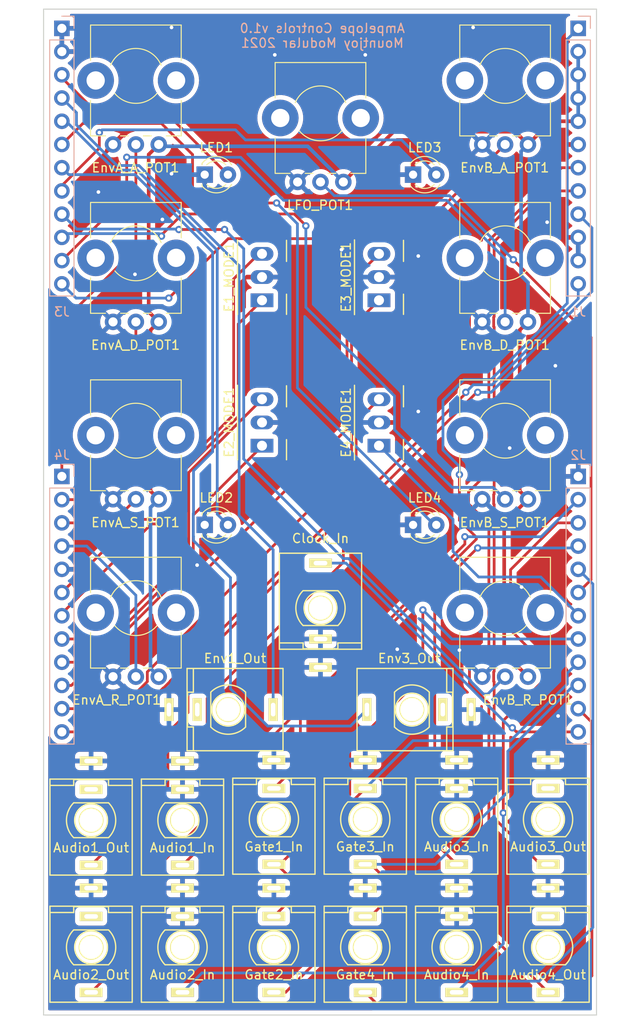
<source format=kicad_pcb>
(kicad_pcb (version 20210824) (generator pcbnew)
  (layers (0 "F.Cu" signal) (31 "B.Cu" signal) (34 "B.Paste" user) (35 "F.Paste" user) (36 "B.SilkS" user "B.Silkscreen") (37 "F.SilkS" user "F.Silkscreen") (38 "B.Mask" user) (39 "F.Mask" user) (44 "Edge.Cuts" user))
  (net 0 "")
  (net 1 "GND")
  (net 2 "/Gate_In")
  (net 3 "/Gate1_In")
  (net 4 "/Gate2_In")
  (net 5 "/Gate3_In")
  (net 6 "/Gate4_In")
  (net 7 "/Audio1_In")
  (net 8 "/Audio2_In")
  (net 9 "/Audio3_In")
  (net 10 "/Audio4_In")
  (net 11 "/Audio1_Out")
  (net 12 "/Audio2_Out")
  (net 13 "/Audio3_Out")
  (net 14 "/Audio4_Out")
  (net 15 "+3V3")
  (net 16 "/Led1_Out")
  (net 20 "/Led2_Out")
  (net 21 "/Led3_Out")
  (net 22 "/Led4_Out")
  (net 23 "/Env1_Out")
  (net 24 "/Clock_In")
  (net 25 "/Env3_Out")
  (net 26 "/LFO_Speed")
  (net 27 "/Env1_Short")
  (net 28 "/Env1_LFO")
  (net 29 "/Env2_Short")
  (net 30 "/Env2_LFO")
  (net 31 "/Env3_Short")
  (net 32 "/Env3_LFO")
  (net 33 "/Env4_Short")
  (net 34 "/Env4_LFO")
  (net 38 "/EnvA_Attack")
  (net 39 "/EnvA_Decay")
  (net 40 "/EnvA_Release")
  (net 41 "/EnvA_Sustain")
  (net 42 "/EnvB_Attack")
  (net 43 "/EnvB_Decay")
  (net 44 "/EnvB_Release")
  (net 45 "/EnvB_Sustain")
  (footprint "Custom_Footprints:Alpha_9mm_Potentiometer_Aligned" (layer "F.Cu") (at 150.5 96.1)
    (fp_text reference "EnvB_S_POT1")
    (fp_text value "R_POT")
  )
  (footprint "Custom_Footprints:THONKICONN_hole" (layer "F.Cu") (at 145.2 138.6 180)
    (fp_text reference "J11" hide)
    (fp_text value "Audio3_In")
  )
  (footprint "Custom_Footprints:SPDT_SubMiniature_Aligned" (layer "F.Cu") (at 123.9 95.2 90)
    (fp_text reference "E2_MODE1")
    (fp_text value "SW_SPDT_MSM")
  )
  (footprint "Custom_Footprints:Alpha_9mm_Potentiometer_Aligned" (layer "F.Cu") (at 150.5 115.5)
    (fp_text reference "EnvB_R_POT1")
    (fp_text value "R_POT")
  )
  (footprint "Custom_Footprints:THONKICONN_hole" (layer "F.Cu") (at 155.2 152.6 180)
    (fp_text reference "J16" hide)
    (fp_text value "Audio4_Out")
  )
  (footprint "Custom_Footprints:THONKICONN_hole" (layer "F.Cu") (at 125.2 152.6 180)
    (fp_text reference "J6" hide)
    (fp_text value "Gate2_In")
  )
  (footprint "Custom_Footprints:THONKICONN_hole" (layer "F.Cu") (at 115.2 152.6 180)
    (fp_text reference "J10" hide)
    (fp_text value "Audio2_In")
  )
  (footprint "Custom_Footprints:LED_D3.0mm" (layer "F.Cu") (at 118.9 106.4)
    (fp_text reference "LED2")
    (fp_text value "LED")
  )
  (footprint "Custom_Footprints:THONKICONN_hole" (layer "F.Cu") (at 105.2 138.7 180)
    (fp_text reference "J13" hide)
    (fp_text value "Audio1_Out")
  )
  (footprint "Custom_Footprints:THONKICONN_hole" (layer "F.Cu") (at 135.2 138.6 180)
    (fp_text reference "J7" hide)
    (fp_text value "Gate3_In")
  )
  (footprint "Custom_Footprints:LED_D3.0mm" (layer "F.Cu") (at 118.9 68.1)
    (fp_text reference "LED1")
    (fp_text value "LED")
  )
  (footprint "Custom_Footprints:THONKICONN_hole" (layer "F.Cu") (at 120.2 126.6 -90)
    (fp_text reference "J18" hide)
    (fp_text value "Env1_Out")
  )
  (footprint "Custom_Footprints:Alpha_9mm_Potentiometer_Aligned" (layer "F.Cu") (at 110.1 57.3)
    (fp_text reference "EnvA_A_POT1")
    (fp_text value "R_POT")
  )
  (footprint "Custom_Footprints:THONKICONN_hole" (layer "F.Cu") (at 145.2 152.6 180)
    (fp_text reference "J12" hide)
    (fp_text value "Audio4_In")
  )
  (footprint "Custom_Footprints:THONKICONN_hole" (layer "F.Cu") (at 125.2 138.6 180)
    (fp_text reference "J5" hide)
    (fp_text value "Gate1_In")
  )
  (footprint "Custom_Footprints:THONKICONN_hole" (layer "F.Cu") (at 140.3 126.6 90)
    (fp_text reference "J19" hide)
    (fp_text value "Env3_Out")
  )
  (footprint "Custom_Footprints:SPDT_SubMiniature_Aligned" (layer "F.Cu") (at 123.9 79.3 90)
    (fp_text reference "E1_MODE1")
    (fp_text value "SW_SPDT_MSM")
  )
  (footprint "Custom_Footprints:Alpha_9mm_Potentiometer_Aligned" (layer "F.Cu") (at 130.3 61.4)
    (fp_text reference "LFO_POT1")
    (fp_text value "R_POT")
  )
  (footprint "Custom_Footprints:Alpha_9mm_Potentiometer_Aligned" (layer "F.Cu") (at 110.1 115.5)
    (fp_text reference "EnvA_R_POT1")
    (fp_text value "R_POT")
  )
  (footprint "Custom_Footprints:Alpha_9mm_Potentiometer_Aligned" (layer "F.Cu") (at 150.5 76.7)
    (fp_text reference "EnvB_D_POT1")
    (fp_text value "R_POT")
  )
  (footprint "Custom_Footprints:Alpha_9mm_Potentiometer_Aligned" (layer "F.Cu") (at 110.1 96.1)
    (fp_text reference "EnvA_S_POT1")
    (fp_text value "R_POT")
  )
  (footprint "Custom_Footprints:Alpha_9mm_Potentiometer_Aligned" (layer "F.Cu") (at 110.1 76.7)
    (fp_text reference "EnvA_D_POT1")
    (fp_text value "R_POT")
  )
  (footprint "Custom_Footprints:SPDT_SubMiniature_Aligned" (layer "F.Cu") (at 136.7 79.3 90)
    (fp_text reference "E3_MODE1")
    (fp_text value "SW_SPDT_MSM")
  )
  (footprint "Custom_Footprints:LED_D3.0mm" (layer "F.Cu") (at 141.7 68.1)
    (fp_text reference "LED3")
    (fp_text value "LED")
  )
  (footprint "Custom_Footprints:THONKICONN_hole" (layer "F.Cu") (at 105.2 152.6 180)
    (fp_text reference "J14" hide)
    (fp_text value "Audio2_Out")
  )
  (footprint "Custom_Footprints:THONKICONN_hole" (layer "F.Cu") (at 130.3 115.5)
    (fp_text reference "J17" hide)
    (fp_text value "Clock_In")
  )
  (footprint "Custom_Footprints:SPDT_SubMiniature_Aligned" (layer "F.Cu") (at 136.7 95.2 90)
    (fp_text reference "E4_MODE1")
    (fp_text value "SW_SPDT_MSM")
  )
  (footprint "Custom_Footprints:Alpha_9mm_Potentiometer_Aligned" (layer "F.Cu") (at 150.5 57.3)
    (fp_text reference "EnvB_A_POT1")
    (fp_text value "R_POT")
  )
  (footprint "Custom_Footprints:THONKICONN_hole" (layer "F.Cu") (at 155.2 138.6 180)
    (fp_text reference "J15" hide)
    (fp_text value "Audio3_Out")
  )
  (footprint "Custom_Footprints:LED_D3.0mm" (layer "F.Cu") (at 141.7 106.4)
    (fp_text reference "LED4")
    (fp_text value "LED")
  )
  (footprint "Custom_Footprints:THONKICONN_hole" (layer "F.Cu") (at 115.2 138.7 180)
    (fp_text reference "J9" hide)
    (fp_text value "Audio1_In")
  )
  (footprint "Custom_Footprints:THONKICONN_hole" (layer "F.Cu") (at 135.2 152.6 180)
    (fp_text reference "J8" hide)
    (fp_text value "Gate4_In")
  )
  (footprint "Connector_PinHeader_2.54mm:PinHeader_1x12_P2.54mm_Vertical" (layer "B.Cu") (at 158.5 101.1 180)
    (fp_text reference "J2")
    (fp_text value "Conn_01x12_Male")
  )
  (footprint "Connector_PinHeader_2.54mm:PinHeader_1x12_P2.54mm_Vertical" (layer "B.Cu") (at 102 101.1 180)
    (fp_text reference "J4")
    (fp_text value "Conn_01x12_Male")
  )
  (footprint "Connector_PinHeader_2.54mm:PinHeader_1x12_P2.54mm_Vertical" (layer "B.Cu") (at 158.5 52.1 180)
    (fp_text reference "J1")
    (fp_text value "Conn_01x12_Male")
  )
  (footprint "Connector_PinHeader_2.54mm:PinHeader_1x12_P2.54mm_Vertical" (layer "B.Cu") (at 102 52.1 180)
    (fp_text reference "J3")
    (fp_text value "Conn_01x12_Male")
  )
  (gr_line (start 160.5 50) (end 160.5 160) (layer "Edge.Cuts") (width 0.12))
  (gr_line (start 100 50) (end 100 160) (layer "Edge.Cuts") (width 0.12))
  (gr_line (start 100 160) (end 160.5 160) (layer "Edge.Cuts") (width 0.12))
  (gr_line (start 100 50) (end 160.5 50) (layer "Edge.Cuts") (width 0.12))
  (gr_text "Ampelope Controls v1.0\nMountjoy Modular 2021" (at 130.5 52.9) (layer "B.SilkS") (effects (font (size 1 1)) (justify mirror)))
  (via (at 110 79) (size 0.8) (drill 0.4) (layers "F.Cu" "B.Cu") (net 1))
  (via (at 113 73) (size 0.8) (drill 0.4) (layers "F.Cu" "B.Cu") (net 1))
  (via (at 125.3 55) (size 0.8) (drill 0.4) (layers "F.Cu" "B.Cu") (net 1))
  (via (at 147 52) (size 0.8) (drill 0.4) (layers "F.Cu" "B.Cu") (net 1))
  (via (at 141 94) (size 0.8) (drill 0.4) (layers "F.Cu" "B.Cu") (net 1))
  (via (at 114 68) (size 0.8) (drill 0.4) (layers "F.Cu" "B.Cu") (net 1))
  (via (at 151 98) (size 0.8) (drill 0.4) (layers "F.Cu" "B.Cu") (net 1))
  (via (at 141 77) (size 0.8) (drill 0.4) (layers "F.Cu" "B.Cu") (net 1))
  (via (at 114 52) (size 0.8) (drill 0.4) (layers "F.Cu" "B.Cu") (net 1))
  (via (at 155.1 73.3) (size 0.8) (drill 0.4) (layers "F.Cu" "B.Cu") (net 1))
  (via (at 135.2 55) (size 0.8) (drill 0.4) (layers "F.Cu" "B.Cu") (net 1))
  (via (at 156.3 127.3) (size 0.8) (drill 0.4) (layers "F.Cu" "B.Cu") (net 1))
  (via (at 106 70) (size 0.8) (drill 0.4) (layers "F.Cu" "B.Cu") (net 1))
  (via (at 138.7 120) (size 0.8) (drill 0.4) (layers "F.Cu" "B.Cu") (net 1))
  (via (at 132.6 76.3) (size 0.8) (drill 0.4) (layers "F.Cu" "B.Cu") (net 1))
  (via (at 152.3 113.2) (size 0.8) (drill 0.4) (layers "F.Cu" "B.Cu") (net 1))
  (via (at 156 89) (size 0.8) (drill 0.4) (layers "F.Cu" "B.Cu") (net 1))
  (via (at 116.8 110.8) (size 0.8) (drill 0.4) (layers "F.Cu" "B.Cu") (net 1))
  (via (at 145.5 120.1) (size 0.8) (drill 0.4) (layers "F.Cu" "B.Cu") (net 1))
  (segment (start 128.1 132.32) (end 125.2 135.22) (width 0.3) (layer "F.Cu") (net 2))
  (segment (start 128.1 127.214739) (end 128.1 132.32) (width 0.3) (layer "F.Cu") (net 2))
  (segment (start 145.5 100.9) (end 145.5 105.9) (width 0.3) (layer "F.Cu") (net 2))
  (segment (start 147.35 107.964739) (end 128.1 127.214739) (width 0.3) (layer "F.Cu") (net 2))
  (segment (start 145.5 105.9) (end 147.35 107.75) (width 0.3) (layer "F.Cu") (net 2))
  (segment (start 147.35 107.75) (end 147.35 107.964739) (width 0.3) (layer "F.Cu") (net 2))
  (via (at 145.5 100.9) (size 0.8) (drill 0.4) (layers "F.Cu" "B.Cu") (net 2))
  (segment (start 148.957854 90.5) (end 157.3 82.157854) (width 0.3) (layer "B.Cu") (net 2))
  (segment (start 145.5 100.9) (end 145.5 100) (width 0.3) (layer "B.Cu") (net 2))
  (segment (start 143.7 98.2) (end 143.7 92.8) (width 0.3) (layer "B.Cu") (net 2))
  (segment (start 143.7 92.8) (end 146 90.5) (width 0.3) (layer "B.Cu") (net 2))
  (segment (start 146 90.5) (end 148.957854 90.5) (width 0.3) (layer "B.Cu") (net 2))
  (segment (start 145.5 100) (end 143.7 98.2) (width 0.3) (layer "B.Cu") (net 2))
  (segment (start 157.3 53.3) (end 158.5 52.1) (width 0.3) (layer "B.Cu") (net 2))
  (segment (start 157.3 82.157854) (end 157.3 53.3) (width 0.3) (layer "B.Cu") (net 2))
  (segment (start 133.5 135.9) (end 133.5 130.9) (width 0.3) (layer "F.Cu") (net 3))
  (segment (start 125.88 143.52) (end 133.5 135.9) (width 0.3) (layer "F.Cu") (net 3))
  (segment (start 127.3 147.12) (end 125.2 149.22) (width 0.3) (layer "F.Cu") (net 3))
  (segment (start 133.5 130.9) (end 141.5 122.9) (width 0.3) (layer "F.Cu") (net 3))
  (segment (start 141.5 122.9) (end 141.5 115.7) (width 0.3) (layer "F.Cu") (net 3))
  (segment (start 125.52 143.52) (end 127.3 145.3) (width 0.3) (layer "F.Cu") (net 3))
  (segment (start 127.3 145.3) (end 127.3 147.12) (width 0.3) (layer "F.Cu") (net 3))
  (via (at 141.5 115.7) (size 0.8) (drill 0.4) (layers "F.Cu" "B.Cu") (net 3))
  (segment (start 141.5 115.7) (end 144.68 118.88) (width 0.3) (layer "B.Cu") (net 3))
  (segment (start 144.68 118.88) (end 158.5 118.88) (width 0.3) (layer "B.Cu") (net 3))
  (segment (start 130 154) (end 126.48 157.52) (width 0.3) (layer "F.Cu") (net 4))
  (segment (start 130 140.42) (end 130 154) (width 0.3) (layer "F.Cu") (net 4))
  (segment (start 135.2 135.22) (end 130 140.42) (width 0.3) (layer "F.Cu") (net 4))
  (segment (start 126.48 157.52) (end 125.2 157.52) (width 0.3) (layer "F.Cu") (net 4))
  (segment (start 140.42 130) (end 135.2 135.22) (width 0.3) (layer "B.Cu") (net 4))
  (segment (start 151.1 130) (end 140.42 130) (width 0.3) (layer "B.Cu") (net 4))
  (segment (start 157.3 123.8) (end 151.1 130) (width 0.3) (layer "B.Cu") (net 4))
  (segment (start 158.5 121.42) (end 157.3 122.62) (width 0.3) (layer "B.Cu") (net 4))
  (segment (start 157.3 122.62) (end 157.3 123.8) (width 0.3) (layer "B.Cu") (net 4))
  (segment (start 137.19 147.81) (end 137.19 144.89) (width 0.3) (layer "F.Cu") (net 5))
  (segment (start 137.19 144.89) (end 135.82 143.52) (width 0.3) (layer "F.Cu") (net 5))
  (segment (start 135.78 149.22) (end 137.19 147.81) (width 0.3) (layer "F.Cu") (net 5))
  (segment (start 150.8 131.16) (end 150.8 135.6) (width 0.3) (layer "B.Cu") (net 5))
  (segment (start 158 123.96) (end 150.8 131.16) (width 0.3) (layer "B.Cu") (net 5))
  (segment (start 158.5 123.96) (end 158 123.96) (width 0.3) (layer "B.Cu") (net 5))
  (segment (start 142.88 143.52) (end 135.2 143.52) (width 0.3) (layer "B.Cu") (net 5))
  (segment (start 150.8 135.6) (end 142.88 143.52) (width 0.3) (layer "B.Cu") (net 5))
  (segment (start 160 128) (end 160 155.7) (width 0.3) (layer "F.Cu") (net 6))
  (segment (start 160 155.7) (end 156.4 159.3) (width 0.3) (layer "F.Cu") (net 6))
  (segment (start 136.98 159.3) (end 135.2 157.52) (width 0.3) (layer "F.Cu") (net 6))
  (segment (start 158.5 126.5) (end 160 128) (width 0.3) (layer "F.Cu") (net 6))
  (segment (start 156.4 159.3) (end 136.98 159.3) (width 0.3) (layer "F.Cu") (net 6))
  (segment (start 120.4 138.42) (end 115.2 143.62) (width 0.3) (layer "F.Cu") (net 7))
  (segment (start 146.1 108.5) (end 120.4 134.2) (width 0.3) (layer "F.Cu") (net 7))
  (segment (start 120.4 134.2) (end 120.4 138.42) (width 0.3) (layer "F.Cu") (net 7))
  (segment (start 146.1 107.7) (end 146.1 108.5) (width 0.3) (layer "F.Cu") (net 7))
  (via (at 146.1 107.7) (size 0.8) (drill 0.4) (layers "F.Cu" "B.Cu") (net 7))
  (segment (start 146.1 107.7) (end 154.44 107.7) (width 0.3) (layer "B.Cu") (net 7))
  (segment (start 154.44 107.7) (end 158.5 103.64) (width 0.3) (layer "B.Cu") (net 7))
  (segment (start 154.6 121.4) (end 151.1 117.9) (width 0.3) (layer "F.Cu") (net 8))
  (segment (start 150.3 137.9) (end 150.3 127.8) (width 0.3) (layer "F.Cu") (net 8))
  (segment (start 151.1 117.9) (end 151.1 111.3) (width 0.3) (layer "F.Cu") (net 8))
  (segment (start 150.3 127.8) (end 154.6 123.5) (width 0.3) (layer "F.Cu") (net 8))
  (segment (start 151.1 111.3) (end 156.22 106.18) (width 0.3) (layer "F.Cu") (net 8))
  (segment (start 156.22 106.18) (end 158.5 106.18) (width 0.3) (layer "F.Cu") (net 8))
  (segment (start 154.6 123.5) (end 154.6 121.4) (width 0.3) (layer "F.Cu") (net 8))
  (via (at 150.3 137.9) (size 0.8) (drill 0.4) (layers "F.Cu" "B.Cu") (net 8))
  (segment (start 150.3 152.2) (end 147.1 155.4) (width 0.3) (layer "B.Cu") (net 8))
  (segment (start 147.1 155.4) (end 117.32 155.4) (width 0.3) (layer "B.Cu") (net 8))
  (segment (start 117.32 155.4) (end 115.2 157.52) (width 0.3) (layer "B.Cu") (net 8))
  (segment (start 150.3 137.9) (end 150.3 152.2) (width 0.3) (layer "B.Cu") (net 8))
  (segment (start 142.8 141.12) (end 145.2 143.52) (width 0.3) (layer "F.Cu") (net 9))
  (segment (start 147.5 108.9245) (end 147.4755 108.9245) (width 0.3) (layer "F.Cu") (net 9))
  (segment (start 142.8 113.6) (end 142.8 141.12) (width 0.3) (layer "F.Cu") (net 9))
  (segment (start 147.4755 108.9245) (end 142.8 113.6) (width 0.3) (layer "F.Cu") (net 9))
  (via (at 147.5 108.9245) (size 0.8) (drill 0.4) (layers "F.Cu" "B.Cu") (net 9))
  (segment (start 158.2955 108.9245) (end 158.5 108.72) (width 0.3) (layer "B.Cu") (net 9))
  (segment (start 147.5 108.9245) (end 158.2955 108.9245) (width 0.3) (layer "B.Cu") (net 9))
  (segment (start 145.2 157.52) (end 146.42 156.3) (width 0.3) (layer "B.Cu") (net 10))
  (segment (start 154.220478 156.3) (end 160.1 150.420478) (width 0.3) (layer "B.Cu") (net 10))
  (segment (start 160.1 112.86) (end 158.5 111.26) (width 0.3) (layer "B.Cu") (net 10))
  (segment (start 146.42 156.3) (end 154.220478 156.3) (width 0.3) (layer "B.Cu") (net 10))
  (segment (start 160.1 150.420478) (end 160.1 112.86) (width 0.3) (layer "B.Cu") (net 10))
  (segment (start 146.2 91.9) (end 146.2 92) (width 0.3) (layer "F.Cu") (net 11))
  (segment (start 115.8 126.919022) (end 113.6 129.119022) (width 0.3) (layer "F.Cu") (net 11))
  (segment (start 146.2 92) (end 115.8 122.4) (width 0.3) (layer "F.Cu") (net 11))
  (segment (start 113.6 135.22) (end 105.2 143.62) (width 0.3) (layer "F.Cu") (net 11))
  (segment (start 115.8 122.4) (end 115.8 126.919022) (width 0.3) (layer "F.Cu") (net 11))
  (segment (start 113.6 129.119022) (end 113.6 135.22) (width 0.3) (layer "F.Cu") (net 11))
  (via (at 146.2 91.9) (size 0.8) (drill 0.4) (layers "F.Cu" "B.Cu") (net 11))
  (segment (start 147.024511 91.075489) (end 149.088793 91.075489) (width 0.3) (layer "B.Cu") (net 11))
  (segment (start 158.5 81.664282) (end 158.5 80.431721) (width 0.3) (layer "B.Cu") (net 11))
  (segment (start 146.2 91.9) (end 147.024511 91.075489) (width 0.3) (layer "B.Cu") (net 11))
  (segment (start 149.088793 91.075489) (end 158.5 81.664282) (width 0.3) (layer "B.Cu") (net 11))
  (segment (start 132.8 110.479022) (end 117.9 125.379022) (width 0.3) (layer "F.Cu") (net 12))
  (segment (start 109.3 147) (end 109.3 153.42) (width 0.3) (layer "F.Cu") (net 12))
  (segment (start 147.5 91.9) (end 147.4 91.9) (width 0.3) (layer "F.Cu") (net 12))
  (segment (start 117.9 138.4) (end 109.3 147) (width 0.3) (layer "F.Cu") (net 12))
  (segment (start 109.3 153.42) (end 105.2 157.52) (width 0.3) (layer "F.Cu") (net 12))
  (segment (start 147.4 91.9) (end 132.8 106.5) (width 0.3) (layer "F.Cu") (net 12))
  (segment (start 132.8 106.5) (end 132.8 110.479022) (width 0.3) (layer "F.Cu") (net 12))
  (segment (start 117.9 125.379022) (end 117.9 138.4) (width 0.3) (layer "F.Cu") (net 12))
  (via (at 147.5 91.9) (size 0.8) (drill 0.4) (layers "F.Cu" "B.Cu") (net 12))
  (segment (start 147.5 91.9) (end 148.97071 91.9) (width 0.3) (layer "B.Cu") (net 12))
  (segment (start 160 73.92) (end 158.5 72.42) (width 0.3) (layer "B.Cu") (net 12))
  (segment (start 160 80.87071) (end 160 73.92) (width 0.3) (layer "B.Cu") (net 12))
  (segment (start 148.97071 91.9) (end 160 80.87071) (width 0.3) (layer "B.Cu") (net 12))
  (segment (start 149.250489 122.482435) (end 149.250489 123.517565) (width 0.3) (layer "F.Cu") (net 13))
  (segment (start 149.3 75.435718) (end 149.3 83.632924) (width 0.3) (layer "F.Cu") (net 13))
  (segment (start 149.250489 123.517565) (end 149.3 123.567076) (width 0.3) (layer "F.Cu") (net 13))
  (segment (start 154.855718 69.88) (end 149.3 75.435718) (width 0.3) (layer "F.Cu") (net 13))
  (segment (start 149.3 122.432924) (end 149.250489 122.482435) (width 0.3) (layer "F.Cu") (net 13))
  (segment (start 149.250489 103.082435) (end 149.250489 104.117565) (width 0.3) (layer "F.Cu") (net 13))
  (segment (start 149.250489 83.682435) (end 149.250489 84.717565) (width 0.3) (layer "F.Cu") (net 13))
  (segment (start 158.5 69.88) (end 154.855718 69.88) (width 0.3) (layer "F.Cu") (net 13))
  (segment (start 149.3 138.46) (end 154.36 143.52) (width 0.3) (layer "F.Cu") (net 13))
  (segment (start 149.3 103.032924) (end 149.250489 103.082435) (width 0.3) (layer "F.Cu") (net 13))
  (segment (start 149.3 83.632924) (end 149.250489 83.682435) (width 0.3) (layer "F.Cu") (net 13))
  (segment (start 149.250489 84.717565) (end 149.3 84.767076) (width 0.3) (layer "F.Cu") (net 13))
  (segment (start 149.3 104.167076) (end 149.3 122.432924) (width 0.3) (layer "F.Cu") (net 13))
  (segment (start 149.250489 104.117565) (end 149.3 104.167076) (width 0.3) (layer "F.Cu") (net 13))
  (segment (start 149.3 84.767076) (end 149.3 103.032924) (width 0.3) (layer "F.Cu") (net 13))
  (segment (start 149.3 123.567076) (end 149.3 138.46) (width 0.3) (layer "F.Cu") (net 13))
  (segment (start 148.724991 125.924991) (end 148.724991 151.044991) (width 0.3) (layer "F.Cu") (net 14))
  (segment (start 146.5 102.8) (end 146.5 104.1) (width 0.3) (layer "F.Cu") (net 14))
  (segment (start 146.6 123.8) (end 148.724991 125.924991) (width 0.3) (layer "F.Cu") (net 14))
  (segment (start 146.5 104.1) (end 148.724991 106.324991) (width 0.3) (layer "F.Cu") (net 14))
  (segment (start 146.6 121.7) (end 146.6 123.8) (width 0.3) (layer "F.Cu") (net 14))
  (segment (start 148.724991 81.375009) (end 146.6 83.5) (width 0.3) (layer "F.Cu") (net 14))
  (segment (start 148.724992 75.304298) (end 148.724991 81.375009) (width 0.3) (layer "F.Cu") (net 14))
  (segment (start 146.6 84.9) (end 148.724991 87.024991) (width 0.3) (layer "F.Cu") (net 14))
  (segment (start 156.68929 67.34) (end 148.724992 75.304298) (width 0.3) (layer "F.Cu") (net 14))
  (segment (start 148.724991 119.575009) (end 146.6 121.7) (width 0.3) (layer "F.Cu") (net 14))
  (segment (start 148.724991 106.324991) (end 148.724991 119.575009) (width 0.3) (layer "F.Cu") (net 14))
  (segment (start 148.724991 87.024991) (end 148.724991 100.575009) (width 0.3) (layer "F.Cu") (net 14))
  (segment (start 158.5 67.34) (end 156.68929 67.34) (width 0.3) (layer "F.Cu") (net 14))
  (segment (start 148.724991 151.044991) (end 155.2 157.52) (width 0.3) (layer "F.Cu") (net 14))
  (segment (start 148.724991 100.575009) (end 146.5 102.8) (width 0.3) (layer "F.Cu") (net 14))
  (segment (start 146.6 83.5) (end 146.6 84.9) (width 0.3) (layer "F.Cu") (net 14))
  (segment (start 150.4 106.2) (end 153 103.6) (width 0.4) (layer "F.Cu") (net 15))
  (segment (start 112.6 103.6) (end 111.7 102.7) (width 0.4) (layer "F.Cu") (net 15))
  (segment (start 138.3 63.4) (end 132.8 68.9) (width 0.4) (layer "F.Cu") (net 15))
  (segment (start 152.1 102.7) (end 153 103.6) (width 0.4) (layer "F.Cu") (net 15))
  (segment (start 151.6 63.4) (end 138.3 63.4) (width 0.4) (layer "F.Cu") (net 15))
  (segment (start 153 64.8) (end 151.6 63.4) (width 0.4) (layer "F.Cu") (net 15))
  (segment (start 111.7 102.7) (end 111.7 85.1) (width 0.4) (layer "F.Cu") (net 15))
  (segment (start 152.1 85.1) (end 152.1 102.7) (width 0.4) (layer "F.Cu") (net 15))
  (segment (start 111.5 65.9) (end 112.6 64.8) (width 0.4) (layer "F.Cu") (net 15))
  (segment (start 150.4 120.4) (end 150.4 106.2) (width 0.4) (layer "F.Cu") (net 15))
  (segment (start 112.6 84.2) (end 111.5 83.1) (width 0.4) (layer "F.Cu") (net 15))
  (segment (start 111.5 83.1) (end 111.5 65.9) (width 0.4) (layer "F.Cu") (net 15))
  (segment (start 155.54 62.26) (end 153 64.8) (width 0.4) (layer "F.Cu") (net 15))
  (segment (start 153 84.2) (end 152.1 85.1) (width 0.4) (layer "F.Cu") (net 15))
  (segment (start 111.7 85.1) (end 112.6 84.2) (width 0.4) (layer "F.Cu") (net 15))
  (segment (start 153 123) (end 150.4 120.4) (width 0.4) (layer "F.Cu") (net 15))
  (segment (start 158.5 62.26) (end 155.54 62.26) (width 0.4) (layer "F.Cu") (net 15))
  (segment (start 132.8 68.9) (end 128.9 65) (width 0.4) (layer "B.Cu") (net 15))
  (segment (start 152.249511 79.149511) (end 152.249511 65.550489) (width 0.4) (layer "B.Cu") (net 15))
  (segment (start 112.6 123) (end 111.7 122.1) (width 0.4) (layer "B.Cu") (net 15))
  (segment (start 153 84.2) (end 153 79.9) (width 0.4) (layer "B.Cu") (net 15))
  (segment (start 153 79.9) (end 152.249511 79.149511) (width 0.4) (layer "B.Cu") (net 15))
  (segment (start 111.7 122.1) (end 111.7 104.5) (width 0.4) (layer "B.Cu") (net 15))
  (segment (start 112.8 65) (end 112.6 64.8) (width 0.4) (layer "B.Cu") (net 15))
  (segment (start 111.7 104.5) (end 112.6 103.6) (width 0.4) (layer "B.Cu") (net 15))
  (segment (start 128.9 65) (end 112.8 65) (width 0.4) (layer "B.Cu") (net 15))
  (segment (start 152.249511 65.550489) (end 153 64.8) (width 0.4) (layer "B.Cu") (net 15))
  (segment (start 158.5 54.64) (end 158.5 62.26) (width 0.4) (layer "B.Cu") (net 15))
  (segment (start 114.07 62) (end 120.17 68.1) (width 0.3) (layer "F.Cu") (net 16))
  (segment (start 102 57.5) (end 106.5 62) (width 0.3) (layer "F.Cu") (net 16))
  (segment (start 106.5 62) (end 114.07 62) (width 0.3) (layer "F.Cu") (net 16))
  (segment (start 119 76.365008) (end 119 105.23) (width 0.3) (layer "B.Cu") (net 20))
  (segment (start 110.235471 67.60048) (end 119 76.365008) (width 0.3) (layer "B.Cu") (net 20))
  (segment (start 106.5 66.3) (end 106.52929 66.3) (width 0.3) (layer "B.Cu") (net 20))
  (segment (start 106.52929 66.3) (end 107.82977 67.60048) (width 0.3) (layer "B.Cu") (net 20))
  (segment (start 119 105.23) (end 120.17 106.4) (width 0.3) (layer "B.Cu") (net 20))
  (segment (start 107.82977 67.60048) (end 110.235471 67.60048) (width 0.3) (layer "B.Cu") (net 20))
  (segment (start 102.56522 62.36522) (end 106.5 66.3) (width 0.3) (layer "B.Cu") (net 20))
  (segment (start 106.1 65.2) (end 102 69.3) (width 0.3) (layer "F.Cu") (net 21))
  (segment (start 106.1 63.5) (end 106.1 65.2) (width 0.3) (layer "F.Cu") (net 21))
  (via (at 106.1 63.5) (size 0.8) (drill 0.4) (layers "F.Cu" "B.Cu") (net 21))
  (segment (start 139.17 64.3) (end 122.09478 64.3) (width 0.3) (layer "B.Cu") (net 21))
  (segment (start 122.09478 64.3) (end 120.99478 63.2) (width 0.3) (layer "B.Cu") (net 21))
  (segment (start 142.97 68.1) (end 139.17 64.3) (width 0.3) (layer "B.Cu") (net 21))
  (segment (start 106.4 63.2) (end 106.1 63.5) (width 0.3) (layer "B.Cu") (net 21))
  (segment (start 120.99478 63.2) (end 106.4 63.2) (width 0.3) (layer "B.Cu") (net 21))
  (segment (start 117.4 71.2) (end 125.5 71.2) (width 0.3) (layer "F.Cu") (net 22))
  (segment (start 116.3 65.9) (end 116.3 70.1) (width 0.3) (layer "F.Cu") (net 22))
  (segment (start 116.3 70.1) (end 117.4 71.2) (width 0.3) (layer "F.Cu") (net 22))
  (segment (start 102 64.8) (end 104.3 62.5) (width 0.3) (layer "F.Cu") (net 22))
  (segment (start 104.3 62.5) (end 112.9 62.5) (width 0.3) (layer "F.Cu") (net 22))
  (segment (start 112.9 62.5) (end 116.3 65.9) (width 0.3) (layer "F.Cu") (net 22))
  (via (at 125.5 71.2) (size 0.8) (drill 0.4) (layers "F.Cu" "B.Cu") (net 22))
  (segment (start 127.775489 91.42) (end 142.710978 106.355489) (width 0.3) (layer "B.Cu") (net 22))
  (segment (start 125.5 71.2) (end 127.775489 73.475489) (width 0.3) (layer "B.Cu") (net 22))
  (segment (start 127.775489 73.475489) (end 127.775489 91.42) (width 0.3) (layer "B.Cu") (net 22))
  (segment (start 103.6 62.664282) (end 108.036678 67.10096) (width 0.3) (layer "B.Cu") (net 23))
  (segment (start 110.44238 67.100961) (end 121.394511 78.053092) (width 0.3) (layer "B.Cu") (net 23))
  (segment (start 125.12 109.12) (end 125.12 126.6) (width 0.3) (layer "B.Cu") (net 23))
  (segment (start 108.036678 67.10096) (end 110.44238 67.100961) (width 0.3) (layer "B.Cu") (net 23))
  (segment (start 121.394511 78.053092) (end 121.394511 105.394511) (width 0.3) (layer "B.Cu") (net 23))
  (segment (start 103.6 61.32) (end 103.6 62.664282) (width 0.3) (layer "B.Cu") (net 23))
  (segment (start 121.394511 105.394511) (end 125.12 109.12) (width 0.3) (layer "B.Cu") (net 23))
  (segment (start 102 59.72) (end 103.6 61.32) (width 0.3) (layer "B.Cu") (net 23))
  (segment (start 151.287701 128.587701) (end 151.74 129.04) (width 0.3) (layer "F.Cu") (net 24))
  (segment (start 151.74 129.04) (end 158.5 129.04) (width 0.3) (layer "F.Cu") (net 24))
  (via (at 151.287701 128.587701) (size 0.8) (drill 0.4) (layers "F.Cu" "B.Cu") (net 24))
  (segment (start 151.287701 128.587701) (end 151.087701 128.587701) (width 0.3) (layer "B.Cu") (net 24))
  (segment (start 133.08 110.58) (end 130.3 110.58) (width 0.3) (layer "B.Cu") (net 24))
  (segment (start 151.087701 128.587701) (end 133.08 110.58) (width 0.3) (layer "B.Cu") (net 24))
  (segment (start 116.405489 108.12279) (end 116.405489 107.649511) (width 0.3) (layer "B.Cu") (net 25))
  (segment (start 124.520978 128.4) (end 120.45048 124.329502) (width 0.3) (layer "B.Cu") (net 25))
  (segment (start 102.76 68.1) (end 102 67.34) (width 0.3) (layer "B.Cu") (net 25))
  (segment (start 120.45048 124.329502) (end 120.45048 112.167781) (width 0.3) (layer "B.Cu") (net 25))
  (segment (start 118.5 76.571436) (end 110.028564 68.1) (width 0.3) (layer "B.Cu") (net 25))
  (segment (start 116.405489 100.494511) (end 118.5 98.4) (width 0.3) (layer "B.Cu") (net 25))
  (segment (start 110.028564 68.1) (end 102.76 68.1) (width 0.3) (layer "B.Cu") (net 25))
  (segment (start 135.38 126.6) (end 133.58 128.4) (width 0.3) (layer "B.Cu") (net 25))
  (segment (start 116.380489 105.150489) (end 116.405489 105.150489) (width 0.3) (layer "B.Cu") (net 25))
  (segment (start 133.58 128.4) (end 124.520978 128.4) (width 0.3) (layer "B.Cu") (net 25))
  (segment (start 116.405489 107.649511) (end 116.380489 107.649511) (width 0.3) (layer "B.Cu") (net 25))
  (segment (start 116.405489 105.150489) (end 116.405489 100.494511) (width 0.3) (layer "B.Cu") (net 25))
  (segment (start 118.5 98.4) (end 118.5 76.571436) (width 0.3) (layer "B.Cu") (net 25))
  (segment (start 120.45048 112.167781) (end 116.405489 108.12279) (width 0.3) (layer "B.Cu") (net 25))
  (segment (start 116.380489 107.649511) (end 116.380489 105.150489) (width 0.3) (layer "B.Cu") (net 25))
  (segment (start 159.9 112.4) (end 158.5 113.8) (width 0.3) (layer "F.Cu") (net 26))
  (segment (start 159.9 85.9) (end 159.9 112.4) (width 0.3) (layer "F.Cu") (net 26))
  (segment (start 151.4 77.4) (end 159.9 85.9) (width 0.3) (layer "F.Cu") (net 26))
  (via (at 151.4 77.4) (size 0.8) (drill 0.4) (layers "F.Cu" "B.Cu") (net 26))
  (segment (start 131.8 70.4) (end 130.3 68.9) (width 0.3) (layer "B.Cu") (net 26))
  (segment (start 151.4 77.4) (end 144.4 70.4) (width 0.3) (layer "B.Cu") (net 26))
  (segment (start 144.4 70.4) (end 131.8 70.4) (width 0.3) (layer "B.Cu") (net 26))
  (segment (start 121.29952 84.44048) (end 123.9 81.84) (width 0.3) (layer "F.Cu") (net 27))
  (segment (start 115.38145 104.01855) (end 115.38145 100.472122) (width 0.3) (layer "F.Cu") (net 27))
  (segment (start 111.8 106.3) (end 113.099999 106.3) (width 0.3) (layer "F.Cu") (net 27))
  (segment (start 115.38145 100.472122) (end 121.29952 94.554051) (width 0.3) (layer "F.Cu") (net 27))
  (segment (start 121.299519 94.554051) (end 121.29952 84.44048) (width 0.3) (layer "F.Cu") (net 27))
  (segment (start 113.099999 106.3) (end 115.38145 104.01855) (width 0.3) (layer "F.Cu") (net 27))
  (segment (start 102.295717 115.804283) (end 111.8 106.3) (width 0.3) (layer "F.Cu") (net 27))
  (segment (start 120.8 79.5) (end 120.8 94.347144) (width 0.3) (layer "F.Cu") (net 28))
  (segment (start 114.881929 100.265215) (end 114.881929 103.811643) (width 0.3) (layer "F.Cu") (net 28))
  (segment (start 112.893092 105.80048) (end 109.99952 105.80048) (width 0.3) (layer "F.Cu") (net 28))
  (segment (start 109.99952 105.80048) (end 102 113.8) (width 0.3) (layer "F.Cu") (net 28))
  (segment (start 120.8 94.347144) (end 114.881929 100.265215) (width 0.3) (layer "F.Cu") (net 28))
  (segment (start 114.881929 103.811643) (end 112.893092 105.80048) (width 0.3) (layer "F.Cu") (net 28))
  (segment (start 123.54 76.76) (end 120.8 79.5) (width 0.3) (layer "F.Cu") (net 28))
  (segment (start 123.9 97.8) (end 116.380489 105.319511) (width 0.3) (layer "F.Cu") (net 29))
  (segment (start 116.380489 109.913083) (end 104.873572 121.42) (width 0.3) (layer "F.Cu") (net 29))
  (segment (start 104.873572 121.42) (end 102 121.42) (width 0.3) (layer "F.Cu") (net 29))
  (segment (start 116.380489 105.319511) (end 116.380489 109.913083) (width 0.3) (layer "F.Cu") (net 29))
  (segment (start 102 118.88) (end 106.62 118.88) (width 0.3) (layer "F.Cu") (net 30))
  (segment (start 115.880969 109.619031) (end 115.880969 100.679031) (width 0.3) (layer "F.Cu") (net 30))
  (segment (start 115.880969 100.679031) (end 123.9 92.66) (width 0.3) (layer "F.Cu") (net 30))
  (segment (start 106.62 118.88) (end 115.880969 109.619031) (width 0.3) (layer "F.Cu") (net 30))
  (segment (start 133.7 84.84) (end 136.7 81.84) (width 0.3) (layer "F.Cu") (net 31))
  (segment (start 102 126.5) (end 108.382699 126.5) (width 0.3) (layer "F.Cu") (net 31))
  (segment (start 111.350489 123.517565) (end 111.350489 122.482435) (width 0.3) (layer "F.Cu") (net 31))
  (segment (start 108.382699 126.5) (end 111.357812 123.524887) (width 0.3) (layer "F.Cu") (net 31))
  (segment (start 111.350489 122.482435) (end 133.7 100.132924) (width 0.3) (layer "F.Cu") (net 31))
  (segment (start 111.357812 123.524887) (end 111.350489 123.517565) (width 0.3) (layer "F.Cu") (net 31))
  (segment (start 133.7 100.132924) (end 133.7 84.84) (width 0.3) (layer "F.Cu") (net 31))
  (segment (start 102 123.96) (end 103.04 123.96) (width 0.3) (layer "F.Cu") (net 32))
  (segment (start 116.10096 113) (end 133.20048 95.90048) (width 0.3) (layer "F.Cu") (net 32))
  (segment (start 133.3 80.16) (end 136.7 76.76) (width 0.3) (layer "F.Cu") (net 32))
  (segment (start 133.20048 84.633093) (end 133.3 84.533573) (width 0.3) (layer "F.Cu") (net 32))
  (segment (start 133.20048 95.90048) (end 133.20048 84.633093) (width 0.3) (layer "F.Cu") (net 32))
  (segment (start 114 113) (end 116.10096 113) (width 0.3) (layer "F.Cu") (net 32))
  (segment (start 133.3 84.533573) (end 133.3 80.16) (width 0.3) (layer "F.Cu") (net 32))
  (segment (start 103.04 123.96) (end 114 113) (width 0.3) (layer "F.Cu") (net 32))
  (segment (start 158.5 116.34) (end 158.5 116.2) (width 0.3) (layer "B.Cu") (net 33))
  (segment (start 144.8 109.3) (end 144.8 105.8) (width 0.3) (layer "B.Cu") (net 33))
  (segment (start 144.8 105.8) (end 136.74 97.74) (width 0.3) (layer "B.Cu") (net 33))
  (segment (start 154.4 112.1) (end 147.6 112.1) (width 0.3) (layer "B.Cu") (net 33))
  (segment (start 158.5 116.2) (end 154.4 112.1) (width 0.3) (layer "B.Cu") (net 33))
  (segment (start 147.6 112.1) (end 144.8 109.3) (width 0.3) (layer "B.Cu") (net 33))
  (segment (start 108.291721 129.04) (end 113.08221 124.249511) (width 0.3) (layer "F.Cu") (net 34))
  (segment (start 113.849511 123.517565) (end 113.849511 123.48221) (width 0.3) (layer "F.Cu") (net 34))
  (segment (start 113.849511 123.48221) (end 134.2 103.131721) (width 0.3) (layer "F.Cu") (net 34))
  (segment (start 134.2 103.131721) (end 134.2 95.16) (width 0.3) (layer "F.Cu") (net 34))
  (segment (start 113.117565 124.249511) (end 113.849511 123.517565) (width 0.3) (layer "F.Cu") (net 34))
  (segment (start 102 129.04) (end 108.291721 129.04) (width 0.3) (layer "F.Cu") (net 34))
  (segment (start 113.08221 124.249511) (end 113.117565 124.249511) (width 0.3) (layer "F.Cu") (net 34))
  (segment (start 134.2 95.16) (end 136.7 92.66) (width 0.3) (layer "F.Cu") (net 34))
  (segment (start 102 101.1) (end 102 84.3) (width 0.3) (layer "F.Cu") (net 38))
  (segment (start 110.1 76.2) (end 110.1 64.8) (width 0.3) (layer "F.Cu") (net 38))
  (segment (start 102 84.3) (end 110.1 76.2) (width 0.3) (layer "F.Cu") (net 38))
  (segment (start 110.1 97.9) (end 110.1 84.2) (width 0.3) (layer "F.Cu") (net 39))
  (segment (start 102 103.64) (end 104.36 103.64) (width 0.3) (layer "F.Cu") (net 39))
  (segment (start 104.36 103.64) (end 110.1 97.9) (width 0.3) (layer "F.Cu") (net 39))
  (segment (start 110.1 114.1) (end 110.1 123) (width 0.3) (layer "B.Cu") (net 40))
  (segment (start 104.72 108.72) (end 110.1 114.1) (width 0.3) (layer "B.Cu") (net 40))
  (segment (start 102 108.72) (end 104.72 108.72) (width 0.3) (layer "B.Cu") (net 40))
  (segment (start 107.52 106.18) (end 110.1 103.6) (width 0.3) (layer "F.Cu") (net 41))
  (segment (start 102 106.18) (end 107.52 106.18) (width 0.3) (layer "F.Cu") (net 41))
  (segment (start 140.2 75.1) (end 150.5 64.8) (width 0.3) (layer "F.Cu") (net 42))
  (segment (start 113.7 81.6) (end 120.2 75.1) (width 0.3) (layer "F.Cu") (net 42))
  (segment (start 120.2 75.1) (end 140.2 75.1) (width 0.3) (layer "F.Cu") (net 42))
  (via (at 113.7 81.6) (size 0.8) (drill 0.4) (layers "F.Cu" "B.Cu") (net 42))
  (segment (start 113.7 81.6) (end 103.56 81.6) (width 0.3) (layer "B.Cu") (net 42))
  (segment (start 103.56 81.6) (end 102 80.04) (width 0.3) (layer "B.Cu") (net 42))
  (segment (start 109.1 66.2) (end 109.1 70.4) (width 0.3) (layer "F.Cu") (net 43))
  (segment (start 109.1 70.4) (end 102 77.5) (width 0.3) (layer "F.Cu") (net 43))
  (via (at 109.1 66.2) (size 0.8) (drill 0.4) (layers "F.Cu" "B.Cu") (net 43))
  (segment (start 109.1 66.2) (end 121.55997 66.2) (width 0.3) (layer "B.Cu") (net 43))
  (segment (start 144.099897 70.899897) (end 150.5 77.3) (width 0.3) (layer "B.Cu") (net 43))
  (segment (start 121.55997 66.2) (end 126.259867 70.899897) (width 0.3) (layer "B.Cu") (net 43))
  (segment (start 126.259867 70.899897) (end 144.099897 70.899897) (width 0.3) (layer "B.Cu") (net 43))
  (segment (start 150.5 77.3) (end 150.5 84.2) (width 0.3) (layer "B.Cu") (net 43))
  (segment (start 114.8 74.1) (end 119.8 74.1) (width 0.3) (layer "F.Cu") (net 44))
  (via (at 119.8 74.1) (size 0.8) (drill 0.4) (layers "F.Cu" "B.Cu") (net 44))
  (via (at 114.8 74.1) (size 0.8) (drill 0.4) (layers "F.Cu" "B.Cu") (net 44))
  (segment (start 121.9 99.2) (end 132.78048 110.08048) (width 0.3) (layer "B.Cu") (net 44))
  (segment (start 146.750489 123.517565) (end 148.132924 124.9) (width 0.3) (layer "B.Cu") (net 44))
  (segment (start 103.63 74.05) (end 102 72.42) (width 0.3) (layer "B.Cu") (net 44))
  (segment (start 121.9 76.2) (end 121.9 99.2) (width 0.3) (layer "B.Cu") (net 44))
  (segment (start 114.75 74.05) (end 103.63 74.05) (width 0.3) (layer "B.Cu") (net 44))
  (segment (start 132.78048 110.08048) (end 133.38048 110.08048) (width 0.3) (layer "B.Cu") (net 44))
  (segment (start 148.6 124.9) (end 150.5 123) (width 0.3) (layer "B.Cu") (net 44))
  (segment (start 133.38048 110.08048) (end 146.750489 123.450489) (width 0.3) (layer "B.Cu") (net 44))
  (segment (start 148.132924 124.9) (end 148.6 124.9) (width 0.3) (layer "B.Cu") (net 44))
  (segment (start 119.8 74.1) (end 121.9 76.2) (width 0.3) (layer "B.Cu") (net 44))
  (segment (start 146.750489 123.450489) (end 146.750489 123.517565) (width 0.3) (layer "B.Cu") (net 44))
  (segment (start 114.8 74.1) (end 114.75 74.05) (width 0.3) (layer "B.Cu") (net 44))
  (segment (start 127.424614 72.4) (end 128.7 73.675386) (width 0.3) (layer "F.Cu") (net 45))
  (segment (start 112.9 74.8245) (end 112.9 74.7) (width 0.3) (layer "F.Cu") (net 45))
  (segment (start 115.2 72.4) (end 127.424614 72.4) (width 0.3) (layer "F.Cu") (net 45))
  (segment (start 128.7 73.675386) (end 128.7 73.7) (width 0.3) (layer "F.Cu") (net 45))
  (segment (start 112.9 74.7) (end 115.2 72.4) (width 0.3) (layer "F.Cu") (net 45))
  (via (at 128.7 73.7) (size 0.8) (drill 0.4) (layers "F.Cu" "B.Cu") (net 45))
  (via (at 112.9 74.8245) (size 0.8) (drill 0.4) (layers "F.Cu" "B.Cu") (net 45))
  (segment (start 128.7 73.7) (end 128.7 82.605044) (width 0.3) (layer "B.Cu") (net 45))
  (segment (start 149.2 102.3) (end 150.5 103.6) (width 0.3) (layer "B.Cu") (net 45))
  (segment (start 112.62502 74.54952) (end 102.41048 74.54952) (width 0.3) (layer "B.Cu") (net 45))
  (segment (start 138.4 92.305044) (end 138.4 96) (width 0.3) (layer "B.Cu") (net 45))
  (segment (start 112.9 74.8245) (end 112.62502 74.54952) (width 0.3) (layer "B.Cu") (net 45))
  (segment (start 138.4 96) (end 144.7 102.3) (width 0.3) (layer "B.Cu") (net 45))
  (segment (start 128.7 82.605044) (end 138.4 92.305044) (width 0.3) (layer "B.Cu") (net 45))
  (segment (start 144.7 102.3) (end 149.2 102.3) (width 0.3) (layer "B.Cu") (net 45))
  (zone (net 1) (net_name "GND") (layers F&B.Cu) (connect_pads (clearance 0.508)) (min_thickness 0.254) (fill yes (thermal_gap 0.508) (thermal_bridge_width 0.508))
    (polygon (pts (xy 161 161) (xy 99 161) (xy 99 49) (xy 161 49)))
  )
)
</source>
